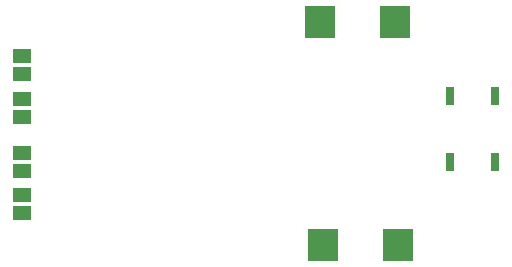
<source format=gbr>
G04 EAGLE Gerber RS-274X export*
G75*
%MOMM*%
%FSLAX34Y34*%
%LPD*%
%INSolderpaste Top*%
%IPPOS*%
%AMOC8*
5,1,8,0,0,1.08239X$1,22.5*%
G01*
%ADD10R,2.550000X2.700000*%
%ADD11R,1.600200X1.168400*%
%ADD12R,0.762000X1.524000*%


D10*
X821437Y60787D03*
X758037Y60787D03*
D11*
X502972Y87764D03*
X502972Y103004D03*
X502972Y168937D03*
X502972Y184177D03*
X502972Y205298D03*
X502972Y220538D03*
X502972Y123324D03*
X502972Y138564D03*
D12*
X865872Y130738D03*
X865872Y186618D03*
X903972Y130738D03*
X903972Y186618D03*
D10*
X819309Y249573D03*
X755909Y249573D03*
M02*

</source>
